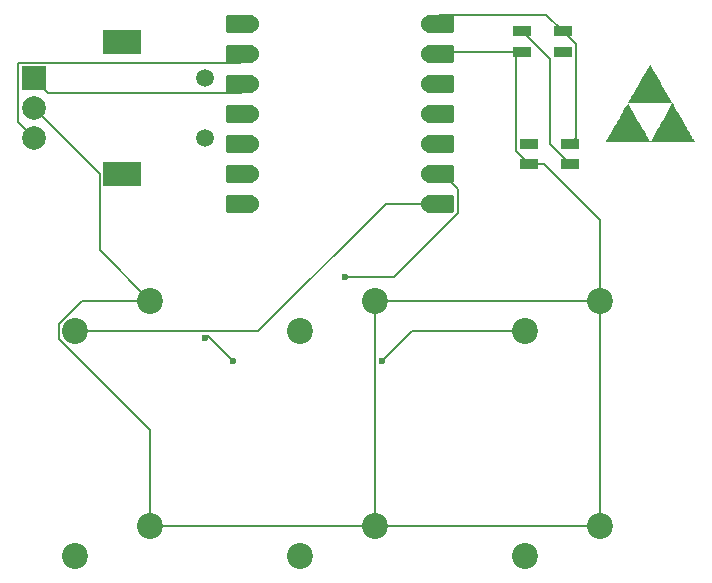
<source format=gbr>
%TF.GenerationSoftware,KiCad,Pcbnew,9.0.2*%
%TF.CreationDate,2025-06-23T11:31:14-05:00*%
%TF.ProjectId,e'sPad,65277350-6164-42e6-9b69-6361645f7063,rev?*%
%TF.SameCoordinates,Original*%
%TF.FileFunction,Copper,L1,Top*%
%TF.FilePolarity,Positive*%
%FSLAX46Y46*%
G04 Gerber Fmt 4.6, Leading zero omitted, Abs format (unit mm)*
G04 Created by KiCad (PCBNEW 9.0.2) date 2025-06-23 11:31:14*
%MOMM*%
%LPD*%
G01*
G04 APERTURE LIST*
G04 Aperture macros list*
%AMRoundRect*
0 Rectangle with rounded corners*
0 $1 Rounding radius*
0 $2 $3 $4 $5 $6 $7 $8 $9 X,Y pos of 4 corners*
0 Add a 4 corners polygon primitive as box body*
4,1,4,$2,$3,$4,$5,$6,$7,$8,$9,$2,$3,0*
0 Add four circle primitives for the rounded corners*
1,1,$1+$1,$2,$3*
1,1,$1+$1,$4,$5*
1,1,$1+$1,$6,$7*
1,1,$1+$1,$8,$9*
0 Add four rect primitives between the rounded corners*
20,1,$1+$1,$2,$3,$4,$5,0*
20,1,$1+$1,$4,$5,$6,$7,0*
20,1,$1+$1,$6,$7,$8,$9,0*
20,1,$1+$1,$8,$9,$2,$3,0*%
G04 Aperture macros list end*
%TA.AperFunction,EtchedComponent*%
%ADD10C,0.000000*%
%TD*%
%TA.AperFunction,SMDPad,CuDef*%
%ADD11R,1.600000X0.850000*%
%TD*%
%TA.AperFunction,ComponentPad*%
%ADD12C,2.200000*%
%TD*%
%TA.AperFunction,ComponentPad*%
%ADD13C,1.500000*%
%TD*%
%TA.AperFunction,ComponentPad*%
%ADD14R,2.000000X2.000000*%
%TD*%
%TA.AperFunction,ComponentPad*%
%ADD15C,2.000000*%
%TD*%
%TA.AperFunction,ComponentPad*%
%ADD16R,3.200000X2.000000*%
%TD*%
%TA.AperFunction,SMDPad,CuDef*%
%ADD17RoundRect,0.152400X1.063600X0.609600X-1.063600X0.609600X-1.063600X-0.609600X1.063600X-0.609600X0*%
%TD*%
%TA.AperFunction,ComponentPad*%
%ADD18C,1.524000*%
%TD*%
%TA.AperFunction,SMDPad,CuDef*%
%ADD19RoundRect,0.152400X-1.063600X-0.609600X1.063600X-0.609600X1.063600X0.609600X-1.063600X0.609600X0*%
%TD*%
%TA.AperFunction,ViaPad*%
%ADD20C,0.600000*%
%TD*%
%TA.AperFunction,Conductor*%
%ADD21C,0.200000*%
%TD*%
G04 APERTURE END LIST*
D10*
%TA.AperFunction,EtchedComponent*%
%TO.C,G\u002A\u002A\u002A*%
G36*
X163925611Y-36800220D02*
G01*
X163930857Y-36806072D01*
X163938788Y-36817061D01*
X163950169Y-36834479D01*
X163965765Y-36859613D01*
X163986339Y-36893756D01*
X164012658Y-36938195D01*
X164045485Y-36994221D01*
X164085586Y-37063124D01*
X164133726Y-37146193D01*
X164190669Y-37244719D01*
X164257180Y-37359990D01*
X164334024Y-37493298D01*
X164421966Y-37645931D01*
X164502756Y-37786173D01*
X164611492Y-37974917D01*
X164724373Y-38170836D01*
X164840692Y-38372704D01*
X164959740Y-38579293D01*
X165080810Y-38789376D01*
X165203195Y-39001724D01*
X165326185Y-39215109D01*
X165449074Y-39428306D01*
X165571154Y-39640085D01*
X165691716Y-39849219D01*
X165810053Y-40054480D01*
X165925457Y-40254641D01*
X166037221Y-40448475D01*
X166144636Y-40634753D01*
X166246994Y-40812248D01*
X166343588Y-40979732D01*
X166433710Y-41135978D01*
X166516652Y-41279758D01*
X166591706Y-41409844D01*
X166658164Y-41525009D01*
X166715319Y-41624025D01*
X166762463Y-41705665D01*
X166798888Y-41768701D01*
X166823886Y-41811904D01*
X166831864Y-41825661D01*
X166860394Y-41874886D01*
X166899618Y-41942721D01*
X166947762Y-42026090D01*
X167003053Y-42121919D01*
X167063716Y-42227132D01*
X167127980Y-42338656D01*
X167194069Y-42453415D01*
X167257444Y-42563524D01*
X167321866Y-42675425D01*
X167384735Y-42784508D01*
X167444508Y-42888105D01*
X167499644Y-42983552D01*
X167548602Y-43068181D01*
X167589840Y-43139326D01*
X167621817Y-43194320D01*
X167642991Y-43230498D01*
X167644119Y-43232410D01*
X167672832Y-43281240D01*
X167696651Y-43322156D01*
X167712791Y-43350343D01*
X167718345Y-43360598D01*
X167706339Y-43361370D01*
X167670279Y-43362127D01*
X167611126Y-43362864D01*
X167529839Y-43363580D01*
X167427378Y-43364272D01*
X167304701Y-43364939D01*
X167162768Y-43365577D01*
X167002539Y-43366183D01*
X166824974Y-43366757D01*
X166631030Y-43367294D01*
X166421669Y-43367794D01*
X166197849Y-43368253D01*
X165960529Y-43368668D01*
X165710670Y-43369039D01*
X165449230Y-43369361D01*
X165177170Y-43369633D01*
X164895447Y-43369852D01*
X164605023Y-43370016D01*
X164306856Y-43370123D01*
X164001906Y-43370169D01*
X163924834Y-43370171D01*
X160127154Y-43370171D01*
X160151804Y-43329526D01*
X160161272Y-43313384D01*
X160182387Y-43277022D01*
X160214310Y-43221895D01*
X160256202Y-43149456D01*
X160307223Y-43061159D01*
X160366533Y-42958457D01*
X160433295Y-42842804D01*
X160506667Y-42715654D01*
X160585812Y-42578460D01*
X160669890Y-42432675D01*
X160758062Y-42279755D01*
X160849488Y-42121151D01*
X160857616Y-42107049D01*
X160961473Y-41926857D01*
X161075819Y-41728471D01*
X161198650Y-41515369D01*
X161327962Y-41291027D01*
X161461750Y-41058921D01*
X161598013Y-40822528D01*
X161734744Y-40585323D01*
X161869942Y-40350783D01*
X162001601Y-40122385D01*
X162022007Y-40086986D01*
X162057545Y-40086986D01*
X162062913Y-40098361D01*
X162080012Y-40130181D01*
X162108133Y-40181194D01*
X162146568Y-40250146D01*
X162194606Y-40335784D01*
X162251541Y-40436853D01*
X162316662Y-40552101D01*
X162389262Y-40680274D01*
X162468631Y-40820119D01*
X162554060Y-40970381D01*
X162644841Y-41129808D01*
X162740265Y-41297146D01*
X162839623Y-41471141D01*
X162893779Y-41565880D01*
X163026497Y-41797989D01*
X163147338Y-42009351D01*
X163256866Y-42200923D01*
X163355640Y-42373660D01*
X163444222Y-42528517D01*
X163523173Y-42666449D01*
X163593055Y-42788411D01*
X163654429Y-42895359D01*
X163707856Y-42988248D01*
X163753897Y-43068032D01*
X163793115Y-43135668D01*
X163826069Y-43192111D01*
X163853321Y-43238315D01*
X163875433Y-43275237D01*
X163892966Y-43303830D01*
X163906481Y-43325051D01*
X163916539Y-43339855D01*
X163923702Y-43349196D01*
X163928531Y-43354031D01*
X163931588Y-43355314D01*
X163933432Y-43354001D01*
X163934627Y-43351047D01*
X163935732Y-43347407D01*
X163937310Y-43344036D01*
X163938055Y-43343119D01*
X163946747Y-43329810D01*
X163966833Y-43296486D01*
X163997318Y-43244861D01*
X164037209Y-43176650D01*
X164085512Y-43093566D01*
X164141232Y-42997324D01*
X164203375Y-42889637D01*
X164270947Y-42772221D01*
X164342954Y-42646788D01*
X164418401Y-42515055D01*
X164426445Y-42500993D01*
X164518551Y-42339950D01*
X164619662Y-42163166D01*
X164727094Y-41975330D01*
X164838163Y-41781137D01*
X164950187Y-41585276D01*
X165060481Y-41392439D01*
X165166363Y-41207319D01*
X165265149Y-41034607D01*
X165352753Y-40881446D01*
X165806983Y-40087305D01*
X163935272Y-40084138D01*
X163720895Y-40083815D01*
X163513375Y-40083579D01*
X163314085Y-40083430D01*
X163124401Y-40083363D01*
X162945696Y-40083379D01*
X162779346Y-40083474D01*
X162626725Y-40083646D01*
X162489206Y-40083893D01*
X162368166Y-40084214D01*
X162264978Y-40084605D01*
X162181016Y-40085066D01*
X162117656Y-40085594D01*
X162076271Y-40086186D01*
X162058236Y-40086842D01*
X162057545Y-40086986D01*
X162022007Y-40086986D01*
X162127717Y-39903604D01*
X162246289Y-39697918D01*
X162299382Y-39605819D01*
X162406130Y-39420633D01*
X162516231Y-39229609D01*
X162628242Y-39035248D01*
X162740725Y-38840050D01*
X162852237Y-38646516D01*
X162961338Y-38457148D01*
X163066588Y-38274446D01*
X163166545Y-38100910D01*
X163259769Y-37939042D01*
X163344820Y-37791342D01*
X163420256Y-37660311D01*
X163484576Y-37548556D01*
X163556355Y-37423899D01*
X163624584Y-37305571D01*
X163688222Y-37195365D01*
X163746230Y-37095072D01*
X163797569Y-37006486D01*
X163841199Y-36931398D01*
X163876081Y-36871601D01*
X163901175Y-36828888D01*
X163915443Y-36805049D01*
X163918331Y-36800595D01*
X163920112Y-36798772D01*
X163922284Y-36798217D01*
X163925611Y-36800220D01*
G37*
%TD.AperFunction*%
%TD*%
D11*
%TO.P,D1,1,DOUT*%
%TO.N,Net-(D1-DOUT)*%
X153031250Y-33968750D03*
%TO.P,D1,2,VSS*%
%TO.N,GND*%
X153031250Y-35718750D03*
%TO.P,D1,3,DIN*%
%TO.N,Net-(D1-DIN)*%
X156531250Y-35718750D03*
%TO.P,D1,4,VDD*%
%TO.N,+5V*%
X156531250Y-33968750D03*
%TD*%
D12*
%TO.P,SW4,1,1*%
%TO.N,GND*%
X140652500Y-75882500D03*
%TO.P,SW4,2,2*%
%TO.N,Net-(U1-GPIO4{slash}MISO)*%
X134302500Y-78422500D03*
%TD*%
%TO.P,SW3,1,1*%
%TO.N,GND*%
X140652500Y-56832500D03*
%TO.P,SW3,2,2*%
%TO.N,Net-(U1-GPIO2{slash}SCK)*%
X134302500Y-59372500D03*
%TD*%
D13*
%TO.P,SW7,*%
%TO.N,*%
X126206250Y-37981250D03*
X126206250Y-42981250D03*
D14*
%TO.P,SW7,A,A*%
%TO.N,Net-(U1-GPIO28{slash}ADC2{slash}A2)*%
X111706250Y-37981250D03*
D15*
%TO.P,SW7,B,B*%
%TO.N,Net-(U1-GPIO27{slash}ADC1{slash}A1)*%
X111706250Y-42981250D03*
%TO.P,SW7,C,C*%
%TO.N,GND*%
X111706250Y-40481250D03*
D16*
%TO.P,SW7,MP*%
%TO.N,N/C*%
X119206250Y-34881250D03*
X119206250Y-46081250D03*
%TD*%
D12*
%TO.P,SW5,1,1*%
%TO.N,GND*%
X159702500Y-56832500D03*
%TO.P,SW5,2,2*%
%TO.N,Net-(U1-GPIO0{slash}TX)*%
X153352500Y-59372500D03*
%TD*%
%TO.P,SW6,1,1*%
%TO.N,GND*%
X159702500Y-75882500D03*
%TO.P,SW6,2,2*%
%TO.N,Net-(U1-GPIO7{slash}SCL)*%
X153352500Y-78422500D03*
%TD*%
D17*
%TO.P,U1,1,GPIO26/ADC0/A0*%
%TO.N,unconnected-(U1-GPIO26{slash}ADC0{slash}A0-Pad1)*%
X129181250Y-33337500D03*
D18*
X130016250Y-33337500D03*
D17*
%TO.P,U1,2,GPIO27/ADC1/A1*%
%TO.N,Net-(U1-GPIO27{slash}ADC1{slash}A1)*%
X129181250Y-35877500D03*
D18*
X130016250Y-35877500D03*
D17*
%TO.P,U1,3,GPIO28/ADC2/A2*%
%TO.N,Net-(U1-GPIO28{slash}ADC2{slash}A2)*%
X129181250Y-38417500D03*
D18*
X130016250Y-38417500D03*
D17*
%TO.P,U1,4,GPIO29/ADC3/A3*%
%TO.N,unconnected-(U1-GPIO29{slash}ADC3{slash}A3-Pad4)*%
X129181250Y-40957500D03*
D18*
X130016250Y-40957500D03*
D17*
%TO.P,U1,5,GPIO6/SDA*%
%TO.N,Net-(D1-DIN)*%
X129181250Y-43497500D03*
D18*
X130016250Y-43497500D03*
D17*
%TO.P,U1,6,GPIO7/SCL*%
%TO.N,Net-(U1-GPIO7{slash}SCL)*%
X129181250Y-46037500D03*
D18*
X130016250Y-46037500D03*
D17*
%TO.P,U1,7,GPIO0/TX*%
%TO.N,Net-(U1-GPIO0{slash}TX)*%
X129181250Y-48577500D03*
D18*
X130016250Y-48577500D03*
%TO.P,U1,8,GPIO1/RX*%
%TO.N,Net-(U1-GPIO1{slash}RX)*%
X145256250Y-48577500D03*
D19*
X146091250Y-48577500D03*
D18*
%TO.P,U1,9,GPIO2/SCK*%
%TO.N,Net-(U1-GPIO2{slash}SCK)*%
X145256250Y-46037500D03*
D19*
X146091250Y-46037500D03*
D18*
%TO.P,U1,10,GPIO4/MISO*%
%TO.N,Net-(U1-GPIO4{slash}MISO)*%
X145256250Y-43497500D03*
D19*
X146091250Y-43497500D03*
D18*
%TO.P,U1,11,GPIO3/MOSI*%
%TO.N,Net-(U1-GPIO3{slash}MOSI)*%
X145256250Y-40957500D03*
D19*
X146091250Y-40957500D03*
D18*
%TO.P,U1,12,3V3*%
%TO.N,unconnected-(U1-3V3-Pad12)*%
X145256250Y-38417500D03*
D19*
X146091250Y-38417500D03*
D18*
%TO.P,U1,13,GND*%
%TO.N,GND*%
X145256250Y-35877500D03*
D19*
X146091250Y-35877500D03*
D18*
%TO.P,U1,14,VBUS*%
%TO.N,+5V*%
X145256250Y-33337500D03*
D19*
X146091250Y-33337500D03*
%TD*%
D11*
%TO.P,D2,1,DOUT*%
%TO.N,unconnected-(D2-DOUT-Pad1)*%
X153662500Y-43493750D03*
%TO.P,D2,2,VSS*%
%TO.N,GND*%
X153662500Y-45243750D03*
%TO.P,D2,3,DIN*%
%TO.N,Net-(D1-DOUT)*%
X157162500Y-45243750D03*
%TO.P,D2,4,VDD*%
%TO.N,+5V*%
X157162500Y-43493750D03*
%TD*%
D12*
%TO.P,SW1,1,1*%
%TO.N,GND*%
X121602500Y-56832500D03*
%TO.P,SW1,2,2*%
%TO.N,Net-(U1-GPIO1{slash}RX)*%
X115252500Y-59372500D03*
%TD*%
%TO.P,SW2,1,1*%
%TO.N,GND*%
X121602500Y-75882500D03*
%TO.P,SW2,2,2*%
%TO.N,Net-(U1-GPIO3{slash}MOSI)*%
X115252500Y-78422500D03*
%TD*%
D20*
%TO.N,Net-(D1-DIN)*%
X156531250Y-35718750D03*
%TO.N,Net-(U1-GPIO2{slash}SCK)*%
X138112500Y-54768750D03*
%TO.N,Net-(U1-GPIO0{slash}TX)*%
X126206250Y-59972500D03*
X128587500Y-61912500D03*
X141252500Y-61912500D03*
%TD*%
D21*
%TO.N,+5V*%
X157632250Y-43024000D02*
X157162500Y-43493750D01*
X145256250Y-33337500D02*
X146018249Y-32575501D01*
X155138001Y-32575501D02*
X156531250Y-33968750D01*
X146018249Y-32575501D02*
X155138001Y-32575501D01*
X157632250Y-35069750D02*
X157632250Y-43024000D01*
X156531250Y-33968750D02*
X157632250Y-35069750D01*
%TO.N,GND*%
X159702500Y-75882500D02*
X159702500Y-56832500D01*
X140652500Y-75882500D02*
X159702500Y-75882500D01*
X121602500Y-56832500D02*
X115811186Y-56832500D01*
X152561500Y-36188500D02*
X153031250Y-35718750D01*
X121602500Y-56832500D02*
X117305250Y-52535250D01*
X117305250Y-46080250D02*
X111706250Y-40481250D01*
X140652500Y-56832500D02*
X159702500Y-56832500D01*
X153031250Y-35718750D02*
X146250000Y-35718750D01*
X146250000Y-35718750D02*
X146091250Y-35877500D01*
X154940000Y-45243750D02*
X159702500Y-50006250D01*
X159702500Y-50006250D02*
X159702500Y-56832500D01*
X113851500Y-60026316D02*
X121602500Y-67777316D01*
X121602500Y-67777316D02*
X121602500Y-75882500D01*
X152561500Y-44142750D02*
X152561500Y-36188500D01*
X121602500Y-75882500D02*
X140652500Y-75882500D01*
X117305250Y-52535250D02*
X117305250Y-46080250D01*
X113851500Y-58792186D02*
X113851500Y-60026316D01*
X140652500Y-75882500D02*
X140652500Y-56832500D01*
X153662500Y-45243750D02*
X152561500Y-44142750D01*
X115811186Y-56832500D02*
X113851500Y-58792186D01*
X153662500Y-45243750D02*
X154940000Y-45243750D01*
%TO.N,Net-(D1-DOUT)*%
X153031250Y-33968750D02*
X155430250Y-36367750D01*
X155430250Y-43511500D02*
X157162500Y-45243750D01*
X155430250Y-36367750D02*
X155430250Y-43511500D01*
%TO.N,Net-(D1-DIN)*%
X155885000Y-35877500D02*
X156043750Y-35718750D01*
%TO.N,Net-(U1-GPIO1{slash}RX)*%
X141530440Y-48577500D02*
X145256250Y-48577500D01*
X130735440Y-59372500D02*
X141530440Y-48577500D01*
X115252500Y-59372500D02*
X130735440Y-59372500D01*
%TO.N,Net-(U1-GPIO2{slash}SCK)*%
X146333880Y-46037500D02*
X145256250Y-46037500D01*
X142218626Y-54768750D02*
X147608250Y-49379126D01*
X138112500Y-54768750D02*
X142218626Y-54768750D01*
X147608250Y-49379126D02*
X147608250Y-47311870D01*
X147608250Y-47311870D02*
X146333880Y-46037500D01*
%TO.N,Net-(U1-GPIO0{slash}TX)*%
X143792500Y-59372500D02*
X141252500Y-61912500D01*
X128587500Y-61912500D02*
X126448500Y-59773500D01*
X153352500Y-59372500D02*
X143792500Y-59372500D01*
X126405250Y-59773500D02*
X126206250Y-59972500D01*
X126448500Y-59773500D02*
X126405250Y-59773500D01*
%TO.N,Net-(U1-GPIO28{slash}ADC2{slash}A2)*%
X112904500Y-39179500D02*
X129254251Y-39179499D01*
X129254251Y-39179499D02*
X130016250Y-38417500D01*
X111706250Y-37981250D02*
X112904500Y-39179500D01*
%TO.N,Net-(U1-GPIO27{slash}ADC1{slash}A1)*%
X129213500Y-36680250D02*
X110405250Y-36680250D01*
X110405250Y-41680250D02*
X111706250Y-42981250D01*
X110405250Y-36680250D02*
X110405250Y-41680250D01*
X130016250Y-35877500D02*
X129213500Y-36680250D01*
%TD*%
M02*

</source>
